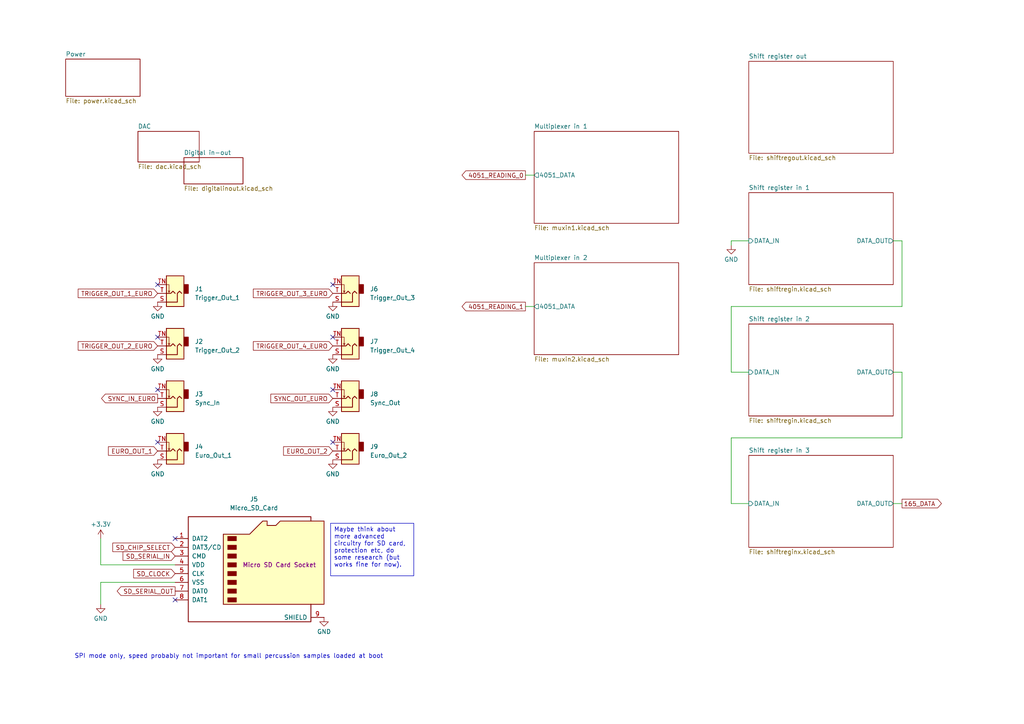
<source format=kicad_sch>
(kicad_sch (version 20250114) (generator "eeschema") (generator_version "9.0")
  (paper "A4")
  (title_block (title "Drumkid") (rev "2.00"))
  (lib_symbols
    (symbol "Connector:Conn_01x03_Pin" (pin_names (offset 1.016) (hide yes))
      (property "Reference" "J" (at 0 5.08 0))
      (property "Value" "Conn_01x03_Pin" (at 0 -5.08 0))
      (symbol "Conn_01x03_Pin_1_1"
        (rectangle (start 0.8636 2.667) (end 0 2.413) (stroke (width 0.1524)) (fill (type outline)))
        (rectangle (start 0.8636 0.127) (end 0 -0.127) (stroke (width 0.1524)) (fill (type outline)))
        (rectangle (start 0.8636 -2.413) (end 0 -2.667) (stroke (width 0.1524)) (fill (type outline)))
        (polyline (pts (xy 1.27 2.54) (xy 0.8636 2.54)) (stroke (width 0.1524)))
        (polyline (pts (xy 1.27 0) (xy 0.8636 0)) (stroke (width 0.1524)))
        (polyline (pts (xy 1.27 -2.54) (xy 0.8636 -2.54)) (stroke (width 0.1524)))
        (pin passive line (at 5.08 2.54 180) (length 3.81) (name "Pin_1") (number "1"))
        (pin passive line (at 5.08 0 180) (length 3.81) (name "Pin_2") (number "2"))
        (pin passive line (at 5.08 -2.54 180) (length 3.81) (name "Pin_3") (number "3"))
      )
    )
    (symbol "Connector:Micro_SD_Card" (pin_names (offset 1.016))
      (property "Reference" "J" (at -16.51 15.24 0))
      (property "Value" "Micro_SD_Card" (at 16.51 15.24 0))
      (symbol "Micro_SD_Card_0_1"
        (polyline (pts (xy -8.89 -11.43) (xy -8.89 8.89) (xy -1.27 8.89) (xy 2.54 12.7) (xy 3.81 12.7) (xy 3.81 11.43) (xy 6.35 11.43) (xy 7.62 12.7) (xy 20.32 12.7) (xy 20.32 -11.43) (xy -8.89 -11.43)) (stroke (width 0.254)) (fill (type background)))
        (rectangle (start -7.62 8.255) (end -5.08 6.985) (fill (type outline)))
        (rectangle (start -7.62 5.715) (end -5.08 4.445) (fill (type outline)))
        (rectangle (start -7.62 3.175) (end -5.08 1.905) (fill (type outline)))
        (rectangle (start -7.62 0.635) (end -5.08 -0.635) (fill (type outline)))
        (rectangle (start -7.62 -1.905) (end -5.08 -3.175) (fill (type outline)))
        (rectangle (start -7.62 -4.445) (end -5.08 -5.715) (fill (type outline)))
        (rectangle (start -7.62 -6.985) (end -5.08 -8.255) (fill (type outline)))
        (rectangle (start -7.62 -9.525) (end -5.08 -10.795) (fill (type outline)))
        (polyline (pts (xy 16.51 12.7) (xy 16.51 13.97) (xy -19.05 13.97) (xy -19.05 -16.51) (xy 16.51 -16.51) (xy 16.51 -11.43)) (stroke (width 0.254)))
      )
      (symbol "Micro_SD_Card_1_1"
        (pin bidirectional line (at -22.86 7.62 0) (length 3.81) (name "DAT2") (number "1"))
        (pin bidirectional line (at -22.86 5.08 0) (length 3.81) (name "DAT3/CD") (number "2"))
        (pin input line (at -22.86 2.54 0) (length 3.81) (name "CMD") (number "3"))
        (pin power_in line (at -22.86 0 0) (length 3.81) (name "VDD") (number "4"))
        (pin input line (at -22.86 -2.54 0) (length 3.81) (name "CLK") (number "5"))
        (pin power_in line (at -22.86 -5.08 0) (length 3.81) (name "VSS") (number "6"))
        (pin bidirectional line (at -22.86 -7.62 0) (length 3.81) (name "DAT0") (number "7"))
        (pin bidirectional line (at -22.86 -10.16 0) (length 3.81) (name "DAT1") (number "8"))
        (pin passive line (at 20.32 -15.24 180) (length 3.81) (name "SHIELD") (number "9"))
      )
    )
    (symbol "Connector_Audio:AudioJack2_SwitchT"
      (property "Reference" "J" (at 0 8.89 0))
      (property "Value" "AudioJack2_SwitchT" (at 0 6.35 0))
      (symbol "AudioJack2_SwitchT_0_1"
        (rectangle (start -2.54 0) (end -3.81 -2.54) (stroke (width 0.254)) (fill (type outline)))
        (polyline (pts (xy 0 0) (xy 0.635 -0.635) (xy 1.27 0) (xy 2.54 0)) (stroke (width 0.254)))
        (polyline (pts (xy 1.778 -0.254) (xy 2.032 -0.762)))
        (rectangle (start 2.54 3.81) (end -2.54 -5.08) (stroke (width 0.254)) (fill (type background)))
        (polyline (pts (xy 2.54 2.54) (xy -0.635 2.54) (xy -0.635 0) (xy -1.27 -0.635) (xy -1.905 0)) (stroke (width 0.254)))
        (polyline (pts (xy 2.54 -2.54) (xy 1.778 -2.54) (xy 1.778 -0.254) (xy 1.524 -0.762)))
      )
      (symbol "AudioJack2_SwitchT_1_1"
        (pin passive line (at 5.08 2.54 180) (length 2.54) (name "~") (number "S"))
        (pin passive line (at 5.08 0 180) (length 2.54) (name "~") (number "T"))
        (pin passive line (at 5.08 -2.54 180) (length 2.54) (name "~") (number "TN"))
      )
    )
    (symbol "MCU_Module:RaspberryPi_Pico" (pin_names (offset 0.762))
      (property "Reference" "A" (at -19.05 35.56 0))
      (property "Value" "RaspberryPi_Pico" (at 7.62 35.56 0))
      (symbol "RaspberryPi_Pico_0_1"
        (rectangle (start -19.05 34.29) (end 19.05 -31.75) (stroke (width 0.254)) (fill (type background)))
        (polyline (pts (xy -5.08 34.29) (xy -3.81 33.655) (xy -3.81 31.75) (xy -3.175 31.75)))
        (polyline (pts (xy -3.429 32.766) (xy -3.429 33.02) (xy -3.175 33.02) (xy -3.175 30.48) (xy -2.921 30.48) (xy -2.921 30.734)))
        (polyline (pts (xy -3.175 31.75) (xy -1.905 33.02) (xy -1.905 30.48) (xy -3.175 31.75)))
        (polyline (pts (xy 0 34.29) (xy -1.27 33.655) (xy -1.27 31.75) (xy -1.905 31.75)))
        (polyline (pts (xy 0 -31.75) (xy 1.27 -31.115) (xy 1.27 -24.13) (xy 18.415 -24.13) (xy 19.05 -22.86)))
      )
      (symbol "RaspberryPi_Pico_1_1"
        (pin passive line (at -22.86 22.86 0) (length 3.81) (name "RUN") (number "30"))
        (pin passive line (at -22.86 20.32 0) (length 3.81) (name "3V3_EN") (number "37"))
        (pin bidirectional line (at -22.86 15.24 0) (length 3.81) (name "GPIO0") (number "1"))
        (pin bidirectional line (at -22.86 12.7 0) (length 3.81) (name "GPIO1") (number "2"))
        (pin bidirectional line (at -22.86 10.16 0) (length 3.81) (name "GPIO2") (number "4"))
        (pin bidirectional line (at -22.86 7.62 0) (length 3.81) (name "GPIO3") (number "5"))
        (pin bidirectional line (at -22.86 5.08 0) (length 3.81) (name "GPIO4") (number "6"))
        (pin bidirectional line (at -22.86 2.54 0) (length 3.81) (name "GPIO5") (number "7"))
        (pin bidirectional line (at -22.86 0 0) (length 3.81) (name "GPIO6") (number "9"))
        (pin bidirectional line (at -22.86 -2.54 0) (length 3.81) (name "GPIO7") (number "10"))
        (pin bidirectional line (at -22.86 -5.08 0) (length 3.81) (name "GPIO8") (number "11"))
        (pin bidirectional line (at -22.86 -7.62 0) (length 3.81) (name "GPIO9") (number "12"))
        (pin bidirectional line (at -22.86 -10.16 0) (length 3.81) (name "GPIO10") (number "14"))
        (pin bidirectional line (at -22.86 -12.7 0) (length 3.81) (name "GPIO11") (number "15"))
        (pin bidirectional line (at -22.86 -15.24 0) (length 3.81) (name "GPIO12") (number "16"))
        (pin bidirectional line (at -22.86 -17.78 0) (length 3.81) (name "GPIO13") (number "17"))
        (pin bidirectional line (at -22.86 -20.32 0) (length 3.81) (name "GPIO14") (number "19"))
        (pin bidirectional line (at -22.86 -22.86 0) (length 3.81) (name "GPIO15") (number "20"))
        (pin power_in line (at -5.08 38.1 270) (length 3.81) (name "VSYS") (number "39"))
        (pin power_out line (at 0 38.1 270) (length 3.81) (name "VBUS") (number "40"))
        (pin passive line (at 0 -35.56 90) (length 3.81) (hide yes) (name "GND") (number "13"))
        (pin passive line (at 0 -35.56 90) (length 3.81) (hide yes) (name "GND") (number "18"))
        (pin passive line (at 0 -35.56 90) (length 3.81) (hide yes) (name "GND") (number "23"))
        (pin passive line (at 0 -35.56 90) (length 3.81) (hide yes) (name "GND") (number "28"))
        (pin power_out line (at 0 -35.56 90) (length 3.81) (name "GND") (number "3"))
        (pin passive line (at 0 -35.56 90) (length 3.81) (hide yes) (name "GND") (number "38"))
        (pin passive line (at 0 -35.56 90) (length 3.81) (hide yes) (name "GND") (number "8"))
        (pin power_out line (at 5.08 38.1 270) (length 3.81) (name "3V3") (number "36"))
        (pin bidirectional line (at 22.86 12.7 180) (length 3.81) (name "GPIO16") (number "21"))
        (pin bidirectional line (at 22.86 10.16 180) (length 3.81) (name "GPIO17") (number "22"))
        (pin bidirectional line (at 22.86 7.62 180) (length 3.81) (name "GPIO18") (number "24"))
        (pin bidirectional line (at 22.86 5.08 180) (length 3.81) (name "GPIO19") (number "25"))
        (pin bidirectional line (at 22.86 2.54 180) (length 3.81) (name "GPIO20") (number "26"))
        (pin bidirectional line (at 22.86 0 180) (length 3.81) (name "GPIO21") (number "27"))
        (pin bidirectional line (at 22.86 -2.54 180) (length 3.81) (name "GPIO22") (number "29"))
        (pin power_in line (at 22.86 -7.62 180) (length 3.81) (name "ADC_VREF") (number "35"))
        (pin bidirectional line (at 22.86 -12.7 180) (length 3.81) (name "GPIO26_ADC0") (number "31"))
        (pin bidirectional line (at 22.86 -15.24 180) (length 3.81) (name "GPIO27_ADC1") (number "32"))
        (pin bidirectional line (at 22.86 -17.78 180) (length 3.81) (name "GPIO28_ADC2") (number "34"))
        (pin power_out line (at 22.86 -22.86 180) (length 3.81) (name "AGND") (number "33"))
      )
    )
    (symbol "power:+3.3V" (power) (pin_numbers (hide yes)) (pin_names (offset 0) (hide yes))
      (property "Value" "+3.3V" (at 0 3.556 0))
      (symbol "+3.3V_0_1"
        (polyline (pts (xy -0.762 1.27) (xy 0 2.54)))
        (polyline (pts (xy 0 2.54) (xy 0.762 1.27)))
        (polyline (pts (xy 0 0) (xy 0 2.54)))
      )
      (symbol "+3.3V_1_1"
        (pin power_in line (at 0 0 90) (length 0) (name "~") (number "1"))
      )
    )
    (symbol "power:+5V" (power) (pin_numbers (hide yes)) (pin_names (offset 0) (hide yes))
      (property "Value" "+5V" (at 0 3.556 0))
      (symbol "+5V_0_1"
        (polyline (pts (xy -0.762 1.27) (xy 0 2.54)))
        (polyline (pts (xy 0 2.54) (xy 0.762 1.27)))
        (polyline (pts (xy 0 0) (xy 0 2.54)))
      )
      (symbol "+5V_1_1"
        (pin power_in line (at 0 0 90) (length 0) (name "~") (number "1"))
      )
    )
    (symbol "power:GND" (power) (pin_numbers (hide yes)) (pin_names (offset 0) (hide yes))
      (property "Value" "GND" (at 0 -3.81 0))
      (symbol "GND_0_1"
        (polyline (pts (xy 0 0) (xy 0 -1.27) (xy 1.27 -1.27) (xy 0 -2.54) (xy -1.27 -1.27) (xy 0 -1.27)))
      )
      (symbol "GND_1_1"
        (pin power_in line (at 0 0 270) (length 0) (name "~") (number "1"))
      )
    )
  )
  (text "SPI mode only, speed probably not important for small percussion samples loaded at boot" (at 21.59 191.135 0) (effects (font (size 1.27 1.27)) (justify left bottom)))
  (text_box "Maybe think about more advanced circuitry for SD card, protection etc, do some research (but works fine for now)." (at 95.885 151.765 0) (size 24.13 15.24) (margins 0.9525 0.9525 0.9525 0.9525) (effects (font (size 1.27 1.27)) (justify left top)))
  (no_connect (at 40.005 -71.755))
  (no_connect (at 40.005 -74.295))
  (no_connect (at 96.52 82.55))
  (no_connect (at 62.865 -89.535))
  (no_connect (at 45.72 128.27))
  (no_connect (at 96.52 97.79))
  (no_connect (at 96.52 128.27))
  (no_connect (at 50.8 173.99))
  (no_connect (at 50.8 156.21))
  (no_connect (at 45.72 82.55))
  (no_connect (at 96.52 113.03))
  (no_connect (at 45.72 97.79))
  (no_connect (at 45.72 113.03))
  (no_connect (at 85.725 -43.815))
  (wire (pts (xy 152.4 88.9) (xy 154.94 88.9)))
  (wire (pts (xy 212.09 127) (xy 212.09 146.05)))
  (wire (pts (xy 261.62 69.85) (xy 261.62 88.9)))
  (wire (pts (xy 212.09 107.95) (xy 217.17 107.95)))
  (wire (pts (xy 259.08 107.95) (xy 261.62 107.95)))
  (wire (pts (xy 50.8 168.91) (xy 29.21 168.91)))
  (wire (pts (xy 29.21 163.83) (xy 50.8 163.83)))
  (wire (pts (xy 196.215 -73.66) (xy 211.455 -73.66)))
  (wire (pts (xy 29.21 168.91) (xy 29.21 175.26)))
  (wire (pts (xy 259.08 69.85) (xy 261.62 69.85)))
  (wire (pts (xy 212.09 69.85) (xy 212.09 71.12)))
  (wire (pts (xy 261.62 88.9) (xy 212.09 88.9)))
  (wire (pts (xy 212.09 88.9) (xy 212.09 107.95)))
  (wire (pts (xy 211.455 -73.66) (xy 211.455 -68.58)))
  (wire (pts (xy 29.21 156.21) (xy 29.21 163.83)))
  (wire (pts (xy 212.09 146.05) (xy 217.17 146.05)))
  (wire (pts (xy 152.4 50.8) (xy 154.94 50.8)))
  (wire (pts (xy 212.09 69.85) (xy 217.17 69.85)))
  (wire (pts (xy 261.62 107.95) (xy 261.62 127)))
  (wire (pts (xy 261.62 127) (xy 212.09 127)))
  (wire (pts (xy 259.08 146.05) (xy 261.62 146.05)))
  (global_label "165_DATA" (shape output) (at 261.62 146.05 0) (property "Intersheetrefs" "${INTERSHEET_REFS}" (effects (hide yes))))
  (global_label "SD_CHIP_SELECT" (shape input) (at 50.8 158.75 180) (property "Intersheetrefs" "${INTERSHEET_REFS}" (effects (hide yes))))
  (global_label "595_DATA" (shape output) (at 40.005 -51.435 180) (property "Intersheetrefs" "${INTERSHEET_REFS}" (effects (hide yes))))
  (global_label "EURO_OUT_1" (shape input) (at 45.72 130.81 180) (property "Intersheetrefs" "${INTERSHEET_REFS}" (effects (hide yes))))
  (global_label "EURO_OUT_2" (shape input) (at 96.52 130.81 180) (property "Intersheetrefs" "${INTERSHEET_REFS}" (effects (hide yes))))
  (global_label "SD_SERIAL_IN" (shape input) (at 50.8 161.29 180) (property "Intersheetrefs" "${INTERSHEET_REFS}" (effects (hide yes))))
  (global_label "SD_SERIAL_OUT" (shape input) (at 40.005 -56.515 180) (property "Intersheetrefs" "${INTERSHEET_REFS}" (effects (hide yes))))
  (global_label "TRIGGER_OUT_1" (shape output) (at 40.005 -28.575 180) (property "Intersheetrefs" "${INTERSHEET_REFS}" (effects (hide yes))))
  (global_label "TRIGGER_OUT_2_EURO" (shape input) (at 45.72 100.33 180) (property "Intersheetrefs" "${INTERSHEET_REFS}" (effects (hide yes))))
  (global_label "DAC_DOUT" (shape output) (at 40.005 -43.815 180) (property "Intersheetrefs" "${INTERSHEET_REFS}" (effects (hide yes))))
  (global_label "4051_ADDRESS_B" (shape output) (at 85.725 -53.975 0) (property "Intersheetrefs" "${INTERSHEET_REFS}" (effects (hide yes))))
  (global_label "595_LATCH" (shape output) (at 40.005 -46.355 180) (property "Intersheetrefs" "${INTERSHEET_REFS}" (effects (hide yes))))
  (global_label "TRIGGER_OUT_4" (shape output) (at 85.725 -59.055 0) (property "Intersheetrefs" "${INTERSHEET_REFS}" (effects (hide yes))))
  (global_label "SYNC_IN" (shape input) (at 85.725 -64.135 0) (property "Intersheetrefs" "${INTERSHEET_REFS}" (effects (hide yes))))
  (global_label "SERIAL_RX" (shape input) (at 40.005 -64.135 180) (property "Intersheetrefs" "${INTERSHEET_REFS}" (effects (hide yes))))
  (global_label "SYNC_OUT" (shape output) (at 85.725 -61.595 0) (property "Intersheetrefs" "${INTERSHEET_REFS}" (effects (hide yes))))
  (global_label "SD_SERIAL_IN" (shape output) (at 40.005 -59.055 180) (property "Intersheetrefs" "${INTERSHEET_REFS}" (effects (hide yes))))
  (global_label "TRIGGER_OUT_4_EURO" (shape input) (at 96.52 100.33 180) (property "Intersheetrefs" "${INTERSHEET_REFS}" (effects (hide yes))))
  (global_label "4051_ADDRESS_A" (shape output) (at 85.725 -56.515 0) (property "Intersheetrefs" "${INTERSHEET_REFS}" (effects (hide yes))))
  (global_label "SYNC_IN_EURO" (shape output) (at 45.72 115.57 180) (property "Intersheetrefs" "${INTERSHEET_REFS}" (effects (hide yes))))
  (global_label "TRIGGER_OUT_3" (shape output) (at 85.725 -48.895 0) (property "Intersheetrefs" "${INTERSHEET_REFS}" (effects (hide yes))))
  (global_label "SD_SERIAL_OUT" (shape output) (at 50.8 171.45 180) (property "Intersheetrefs" "${INTERSHEET_REFS}" (effects (hide yes))))
  (global_label "SERIAL_TX" (shape output) (at 196.215 -76.2 0) (property "Intersheetrefs" "${INTERSHEET_REFS}" (effects (hide yes))))
  (global_label "SD_CLOCK" (shape output) (at 40.005 -61.595 180) (property "Intersheetrefs" "${INTERSHEET_REFS}" (effects (hide yes))))
  (global_label "SYNC_OUT_EURO" (shape input) (at 96.52 115.57 180) (property "Intersheetrefs" "${INTERSHEET_REFS}" (effects (hide yes))))
  (global_label "TRIGGER_OUT_1_EURO" (shape input) (at 45.72 85.09 180) (property "Intersheetrefs" "${INTERSHEET_REFS}" (effects (hide yes))))
  (global_label "165_LOAD" (shape output) (at 40.005 -36.195 180) (property "Intersheetrefs" "${INTERSHEET_REFS}" (effects (hide yes))))
  (global_label "SERIAL_TX" (shape output) (at 40.005 -66.675 180) (property "Intersheetrefs" "${INTERSHEET_REFS}" (effects (hide yes))))
  (global_label "595_CLOCK" (shape output) (at 40.005 -48.895 180) (property "Intersheetrefs" "${INTERSHEET_REFS}" (effects (hide yes))))
  (global_label "TRIGGER_OUT_2" (shape output) (at 85.725 -33.655 0) (property "Intersheetrefs" "${INTERSHEET_REFS}" (effects (hide yes))))
  (global_label "TRIGGER_OUT_3_EURO" (shape input) (at 96.52 85.09 180) (property "Intersheetrefs" "${INTERSHEET_REFS}" (effects (hide yes))))
  (global_label "165_DATA" (shape input) (at 40.005 -31.115 180) (property "Intersheetrefs" "${INTERSHEET_REFS}" (effects (hide yes))))
  (global_label "4051_ADDRESS_C" (shape output) (at 85.725 -51.435 0) (property "Intersheetrefs" "${INTERSHEET_REFS}" (effects (hide yes))))
  (global_label "SD_CHIP_SELECT" (shape output) (at 40.005 -53.975 180) (property "Intersheetrefs" "${INTERSHEET_REFS}" (effects (hide yes))))
  (global_label "4051_READING_1" (shape input) (at 85.725 -36.195 0) (property "Intersheetrefs" "${INTERSHEET_REFS}" (effects (hide yes))))
  (global_label "4051_READING_1" (shape output) (at 152.4 88.9 180) (property "Intersheetrefs" "${INTERSHEET_REFS}" (effects (hide yes))))
  (global_label "165_CLOCK" (shape output) (at 40.005 -33.655 180) (property "Intersheetrefs" "${INTERSHEET_REFS}" (effects (hide yes))))
  (global_label "DAC_BCLK" (shape output) (at 40.005 -41.275 180) (property "Intersheetrefs" "${INTERSHEET_REFS}" (effects (hide yes))))
  (global_label "4051_READING_0" (shape output) (at 152.4 50.8 180) (property "Intersheetrefs" "${INTERSHEET_REFS}" (effects (hide yes))))
  (global_label "SERIAL_RX" (shape input) (at 196.215 -71.12 0) (property "Intersheetrefs" "${INTERSHEET_REFS}" (effects (hide yes))))
  (global_label "4051_READING_0" (shape input) (at 85.725 -38.735 0) (property "Intersheetrefs" "${INTERSHEET_REFS}" (effects (hide yes))))
  (global_label "SD_CLOCK" (shape input) (at 50.8 166.37 180) (property "Intersheetrefs" "${INTERSHEET_REFS}" (effects (hide yes))))
  (global_label "DAC_LRC" (shape output) (at 40.005 -38.735 180) (property "Intersheetrefs" "${INTERSHEET_REFS}" (effects (hide yes))))
  (symbol (lib_id "power:GND") (at 45.72 102.87 0) (unit 1)
    (property "Reference" "#PWR04" (effects (hide yes)))
    (property "Value" "GND" (at 45.72 107.0031 0))
    (property "Description" "Power symbol creates a global label with name \"GND\" , ground" (effects (hide yes)))
  )
  (symbol (lib_id "Connector_Audio:AudioJack2_SwitchT") (at 50.8 115.57 180) (unit 1)
    (property "Reference" "J3" (at 56.515 114.3 0) (effects (justify right)))
    (property "Value" "Sync_In" (at 56.515 116.84 0) (effects (justify right)))
    (property "Footprint" "AudioJacks:Jack_3.5mm_QingPu_WQP-PJ398SM_Vertical" (effects (hide yes)))
  )
  (symbol (lib_id "power:GND") (at 96.52 133.35 0) (unit 1)
    (property "Reference" "#PWR015" (effects (hide yes)))
    (property "Value" "GND" (at 96.52 137.4831 0))
    (property "Description" "Power symbol creates a global label with name \"GND\" , ground" (effects (hide yes)))
  )
  (symbol (lib_id "Connector_Audio:AudioJack2_SwitchT") (at 50.8 130.81 180) (unit 1)
    (property "Reference" "J4" (at 56.515 129.54 0) (effects (justify right)))
    (property "Value" "Euro_Out_1" (at 56.515 132.08 0) (effects (justify right)))
    (property "Footprint" "AudioJacks:Jack_3.5mm_QingPu_WQP-PJ398SM_Vertical" (effects (hide yes)))
  )
  (symbol (lib_id "MCU_Module:RaspberryPi_Pico") (at 62.865 -51.435 0) (unit 1)
    (property "Reference" "A1" (at 65.0083 -17.9649 0) (effects (justify left)))
    (property "Value" "RaspberryPi_Pico" (at 65.0083 -15.5406 0) (effects (justify left)))
    (property "Footprint" "Library:RaspberryPi_Pico_Common_THT" (effects (hide yes)))
    (property "Datasheet" "https://datasheets.raspberrypi.com/pico/pico-datasheet.pdf" (effects (hide yes)))
    (property "Description" "Versatile and inexpensive microcontroller module powered by RP2040 dual-core Arm Cortex-M0+ processor up to 133 MHz, 264kB SRAM, 2MB QSPI flash; also supports Raspberry Pi Pico 2" (effects (hide yes)))
  )
  (symbol (lib_id "power:GND") (at 29.21 175.26 0) (unit 1)
    (property "Reference" "#PWR02" (effects (hide yes)))
    (property "Value" "GND" (at 29.21 179.3931 0))
    (property "Description" "Power symbol creates a global label with name \"GND\" , ground" (effects (hide yes)))
  )
  (symbol (lib_id "Connector_Audio:AudioJack2_SwitchT") (at 101.6 100.33 180) (unit 1)
    (property "Reference" "J7" (at 107.315 99.06 0) (effects (justify right)))
    (property "Value" "Trigger_Out_4" (at 107.315 101.6 0) (effects (justify right)))
    (property "Footprint" "AudioJacks:Jack_3.5mm_QingPu_WQP-PJ398SM_Vertical" (effects (hide yes)))
  )
  (symbol (lib_id "Connector:Conn_01x03_Pin") (at 191.135 -73.66 0) (unit 1)
    (property "Reference" "J10" (at 192.405 -81.931 0))
    (property "Value" "Conn_01x03_Pin" (at 192.405 -80.01 0))
    (property "Footprint" "Connector_PinHeader_2.54mm:PinHeader_1x03_P2.54mm_Vertical" (effects (hide yes)))
  )
  (symbol (lib_id "Connector_Audio:AudioJack2_SwitchT") (at 101.6 115.57 180) (unit 1)
    (property "Reference" "J8" (at 107.315 114.3 0) (effects (justify right)))
    (property "Value" "Sync_Out" (at 107.315 116.84 0) (effects (justify right)))
    (property "Footprint" "AudioJacks:Jack_3.5mm_QingPu_WQP-PJ398SM_Vertical" (effects (hide yes)))
  )
  (symbol (lib_id "power:GND") (at 211.455 -68.58 0) (unit 1)
    (property "Reference" "#PWR021" (effects (hide yes)))
    (property "Value" "GND" (at 211.455 -64.4469 0))
    (property "Description" "Power symbol creates a global label with name \"GND\" , ground" (effects (hide yes)))
  )
  (symbol (lib_id "power:GND") (at 212.09 71.12 0) (unit 1)
    (property "Reference" "#PWR022" (effects (hide yes)))
    (property "Value" "GND" (at 212.09 75.2531 0))
    (property "Description" "Power symbol creates a global label with name \"GND\" , ground" (effects (hide yes)))
  )
  (symbol (lib_id "Connector_Audio:AudioJack2_SwitchT") (at 101.6 85.09 180) (unit 1)
    (property "Reference" "J6" (at 107.315 83.82 0) (effects (justify right)))
    (property "Value" "Trigger_Out_3" (at 107.315 86.36 0) (effects (justify right)))
    (property "Footprint" "AudioJacks:Jack_3.5mm_QingPu_WQP-PJ398SM_Vertical" (effects (hide yes)))
  )
  (symbol (lib_id "power:GND") (at 45.72 133.35 0) (unit 1)
    (property "Reference" "#PWR06" (effects (hide yes)))
    (property "Value" "GND" (at 45.72 137.4831 0))
    (property "Description" "Power symbol creates a global label with name \"GND\" , ground" (effects (hide yes)))
  )
  (symbol (lib_id "power:+3.3V") (at 29.21 156.21 0) (unit 1)
    (property "Reference" "#PWR01" (effects (hide yes)))
    (property "Value" "+3.3V" (at 29.21 152.0769 0))
    (property "Description" "Power symbol creates a global label with name \"+3.3V\"" (effects (hide yes)))
  )
  (symbol (lib_id "power:+3.3V") (at 67.945 -89.535 0) (unit 1)
    (property "Reference" "#PWR09" (effects (hide yes)))
    (property "Value" "+3.3V" (at 67.945 -93.6681 0))
    (property "Description" "Power symbol creates a global label with name \"+3.3V\"" (effects (hide yes)))
  )
  (symbol (lib_id "power:GND") (at 96.52 102.87 0) (unit 1)
    (property "Reference" "#PWR013" (effects (hide yes)))
    (property "Value" "GND" (at 96.52 107.0031 0))
    (property "Description" "Power symbol creates a global label with name \"GND\" , ground" (effects (hide yes)))
  )
  (symbol (lib_id "power:+5V") (at 57.785 -89.535 0) (unit 1)
    (property "Reference" "#PWR07" (effects (hide yes)))
    (property "Value" "+5V" (at 57.785 -93.6681 0))
    (property "Description" "Power symbol creates a global label with name \"+5V\"" (effects (hide yes)))
  )
  (symbol (lib_id "power:GND") (at 45.72 118.11 0) (unit 1)
    (property "Reference" "#PWR05" (effects (hide yes)))
    (property "Value" "GND" (at 45.72 122.2431 0))
    (property "Description" "Power symbol creates a global label with name \"GND\" , ground" (effects (hide yes)))
  )
  (symbol (lib_id "Connector_Audio:AudioJack2_SwitchT") (at 101.6 130.81 180) (unit 1)
    (property "Reference" "J9" (at 107.315 129.54 0) (effects (justify right)))
    (property "Value" "Euro_Out_2" (at 107.315 132.08 0) (effects (justify right)))
    (property "Footprint" "AudioJacks:Jack_3.5mm_QingPu_WQP-PJ398SM_Vertical" (effects (hide yes)))
  )
  (symbol (lib_id "power:GND") (at 45.72 87.63 0) (unit 1)
    (property "Reference" "#PWR03" (effects (hide yes)))
    (property "Value" "GND" (at 45.72 91.7631 0))
    (property "Description" "Power symbol creates a global label with name \"GND\" , ground" (effects (hide yes)))
  )
  (symbol (lib_id "Connector_Audio:AudioJack2_SwitchT") (at 50.8 85.09 180) (unit 1)
    (property "Reference" "J1" (at 56.515 83.82 0) (effects (justify right)))
    (property "Value" "Trigger_Out_1" (at 56.515 86.36 0) (effects (justify right)))
    (property "Footprint" "AudioJacks:Jack_3.5mm_QingPu_WQP-PJ398SM_Vertical" (effects (hide yes)))
  )
  (symbol (lib_id "power:GND") (at 85.725 -28.575 0) (unit 1)
    (property "Reference" "#PWR0103" (effects (hide yes)))
    (property "Value" "GND" (at 85.725 -24.4419 0))
    (property "Description" "Power symbol creates a global label with name \"GND\" , ground" (effects (hide yes)))
  )
  (symbol (lib_id "Connector_Audio:AudioJack2_SwitchT") (at 50.8 100.33 180) (unit 1)
    (property "Reference" "J2" (at 56.515 99.06 0) (effects (justify right)))
    (property "Value" "Trigger_Out_2" (at 56.515 101.6 0) (effects (justify right)))
    (property "Footprint" "AudioJacks:Jack_3.5mm_QingPu_WQP-PJ398SM_Vertical" (effects (hide yes)))
  )
  (symbol (lib_id "power:GND") (at 93.98 179.07 0) (unit 1)
    (property "Reference" "#PWR011" (effects (hide yes)))
    (property "Value" "GND" (at 93.98 183.2031 0))
    (property "Description" "Power symbol creates a global label with name \"GND\" , ground" (effects (hide yes)))
  )
  (symbol (lib_id "power:GND") (at 96.52 87.63 0) (unit 1)
    (property "Reference" "#PWR012" (effects (hide yes)))
    (property "Value" "GND" (at 96.52 91.7631 0))
    (property "Description" "Power symbol creates a global label with name \"GND\" , ground" (effects (hide yes)))
  )
  (symbol (lib_id "power:GND") (at 96.52 118.11 0) (unit 1)
    (property "Reference" "#PWR014" (effects (hide yes)))
    (property "Value" "GND" (at 96.52 122.2431 0))
    (property "Description" "Power symbol creates a global label with name \"GND\" , ground" (effects (hide yes)))
  )
  (symbol (lib_id "Connector:Micro_SD_Card") (at 73.66 163.83 0) (unit 1)
    (property "Reference" "J5" (at 73.66 144.7831 0))
    (property "Value" "Micro_SD_Card" (at 73.66 147.32 0))
    (property "Footprint" "misc:YAMAICHI_MICROSD_VERTICAL" (effects (hide yes)))
    (property "Datasheet" "https://www.we-online.com/components/products/datasheet/693072010801.pdf" (effects (hide yes)))
    (property "Description" "Micro SD Card Socket" (at 81.026 163.83 0))
  )
  (symbol (lib_id "power:GND") (at 62.865 -15.875 0) (unit 1)
    (property "Reference" "#PWR0102" (effects (hide yes)))
    (property "Value" "GND" (at 62.865 -11.7419 0))
    (property "Description" "Power symbol creates a global label with name \"GND\" , ground" (effects (hide yes)))
  )
  (sheet (at 217.17 132.08) (size 41.91 26.67) (stroke (width 0.1524))
    (property "Sheetname" "Shift register in 3" (at 217.17 131.3684 0) (effects (justify left bottom)))
    (property "Sheetfile" "shiftreginx.kicad_sch" (at 217.17 159.3346 0) (effects (justify left top)))
    (pin "DATA_OUT" output (at 259.08 146.05 0))
    (pin "DATA_IN" input (at 217.17 146.05 180))
  )
  (sheet (at 40.005 38.1) (size 17.78 8.89) (stroke (width 0.1524))
    (property "Sheetname" "DAC" (at 40.005 37.3884 0) (effects (justify left bottom)))
    (property "Sheetfile" "dac.kicad_sch" (at 40.005 47.5746 0) (effects (justify left top)))
  )
  (sheet (at 217.17 93.98) (size 41.91 26.67) (stroke (width 0.1524))
    (property "Sheetname" "Shift register in 2" (at 217.17 93.2684 0) (effects (justify left bottom)))
    (property "Sheetfile" "shiftregin.kicad_sch" (at 217.17 121.2346 0) (effects (justify left top)))
    (pin "DATA_OUT" output (at 259.08 107.95 0))
    (pin "DATA_IN" input (at 217.17 107.95 180))
  )
  (sheet (at 19.05 17.145) (size 21.59 10.795) (stroke (width 0.1524))
    (property "Sheetname" "Power" (at 19.05 16.4334 0) (effects (justify left bottom)))
    (property "Sheetfile" "power.kicad_sch" (at 19.05 28.5246 0) (effects (justify left top)))
  )
  (sheet (at 53.34 45.72) (size 17.145 7.62) (stroke (width 0.1524))
    (property "Sheetname" "Digital in-out" (at 53.34 45.0084 0) (effects (justify left bottom)))
    (property "Sheetfile" "digitalinout.kicad_sch" (at 53.34 53.9246 0) (effects (justify left top)))
  )
  (sheet (at 154.94 38.1) (size 41.91 26.67) (stroke (width 0.1524))
    (property "Sheetname" "Multiplexer in 1" (at 154.94 37.3884 0) (effects (justify left bottom)))
    (property "Sheetfile" "muxin1.kicad_sch" (at 154.94 65.3546 0) (effects (justify left top)))
    (pin "4051_DATA" output (at 154.94 50.8 180))
  )
  (sheet (at 217.17 55.88) (size 41.91 26.67) (stroke (width 0.1524))
    (property "Sheetname" "Shift register in 1" (at 217.17 55.1684 0) (effects (justify left bottom)))
    (property "Sheetfile" "shiftregin.kicad_sch" (at 217.17 83.1346 0) (effects (justify left top)))
    (pin "DATA_OUT" output (at 259.08 69.85 0))
    (pin "DATA_IN" input (at 217.17 69.85 180))
  )
  (sheet (at 154.94 76.2) (size 41.91 26.67) (stroke (width 0.1524))
    (property "Sheetname" "Multiplexer in 2" (at 154.94 75.4884 0) (effects (justify left bottom)))
    (property "Sheetfile" "muxin2.kicad_sch" (at 154.94 103.4546 0) (effects (justify left top)))
    (pin "4051_DATA" output (at 154.94 88.9 180))
  )
  (sheet (at 217.17 17.78) (size 41.91 26.67) (stroke (width 0.1524))
    (property "Sheetname" "Shift register out" (at 217.17 17.0684 0) (effects (justify left bottom)))
    (property "Sheetfile" "shiftregout.kicad_sch" (at 217.17 45.0346 0) (effects (justify left top)))
  )
)
</source>
